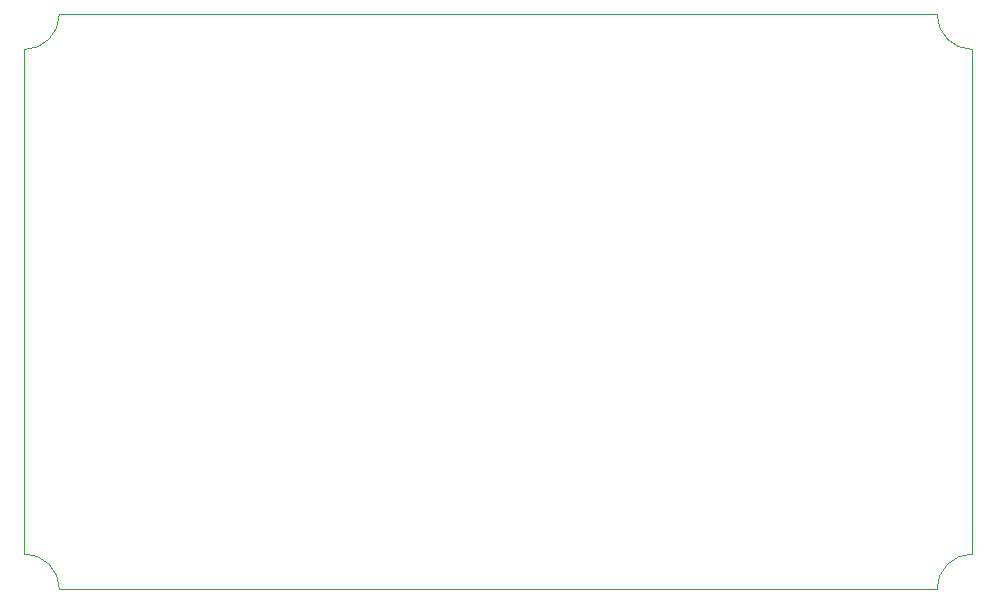
<source format=gm1>
%TF.GenerationSoftware,KiCad,Pcbnew,5.1.8-db9833491~88~ubuntu20.04.1*%
%TF.CreationDate,2020-11-29T18:06:49+01:00*%
%TF.ProjectId,QuadUart,51756164-5561-4727-942e-6b696361645f,rev?*%
%TF.SameCoordinates,PX8f0d180PY5e20ae0*%
%TF.FileFunction,Profile,NP*%
%FSLAX46Y46*%
G04 Gerber Fmt 4.6, Leading zero omitted, Abs format (unit mm)*
G04 Created by KiCad (PCBNEW 5.1.8-db9833491~88~ubuntu20.04.1) date 2020-11-29 18:06:49*
%MOMM*%
%LPD*%
G01*
G04 APERTURE LIST*
%TA.AperFunction,Profile*%
%ADD10C,0.050000*%
%TD*%
G04 APERTURE END LIST*
D10*
X80300000Y45700000D02*
G75*
G02*
X77300000Y48700000I0J3000000D01*
G01*
X80300000Y3000000D02*
G75*
G03*
X77300000Y0I0J-3000000D01*
G01*
X3000000Y0D02*
G75*
G03*
X0Y3000000I-3000000J0D01*
G01*
X0Y45700000D02*
G75*
G03*
X3000000Y48700000I0J3000000D01*
G01*
X0Y3000000D02*
X0Y45700000D01*
X77300000Y0D02*
X3000000Y0D01*
X80300000Y45700000D02*
X80300000Y3000000D01*
X3000000Y48700000D02*
X77300000Y48700000D01*
M02*

</source>
